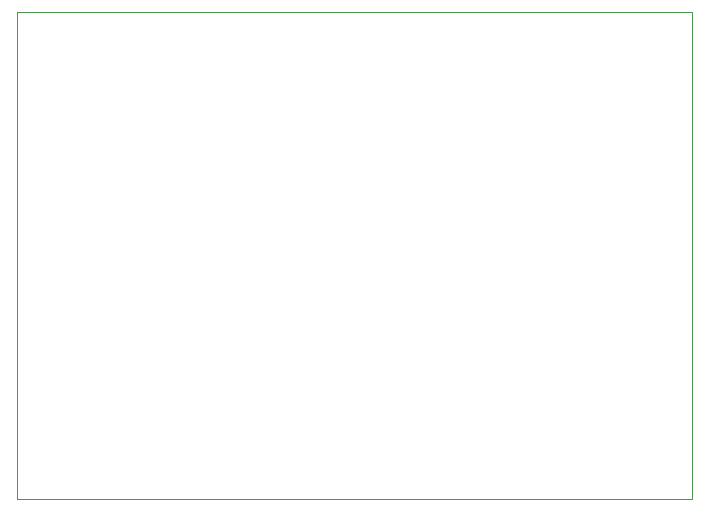
<source format=gbr>
%TF.GenerationSoftware,KiCad,Pcbnew,8.0.1*%
%TF.CreationDate,2024-06-13T00:26:55+02:00*%
%TF.ProjectId,CFT,4346542e-6b69-4636-9164-5f7063625858,rev?*%
%TF.SameCoordinates,PX52e4ef2PY60c692e*%
%TF.FileFunction,Profile,NP*%
%FSLAX46Y46*%
G04 Gerber Fmt 4.6, Leading zero omitted, Abs format (unit mm)*
G04 Created by KiCad (PCBNEW 8.0.1) date 2024-06-13 00:26:55*
%MOMM*%
%LPD*%
G01*
G04 APERTURE LIST*
%TA.AperFunction,Profile*%
%ADD10C,0.050000*%
%TD*%
G04 APERTURE END LIST*
D10*
X20000Y41270000D02*
X57130000Y41270000D01*
X57130000Y0D01*
X20000Y0D01*
X20000Y41270000D01*
M02*

</source>
